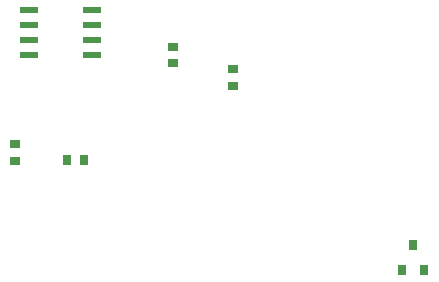
<source format=gbr>
G04 Layer_Color=8421504*
%FSLAX26Y26*%
%MOIN*%
%TF.FileFunction,Paste,Top*%
%TF.Part,Single*%
G01*
G75*
%TA.AperFunction,SMDPad,CuDef*%
%ADD10R,0.033465X0.031496*%
%ADD11R,0.031496X0.033465*%
%ADD12R,0.031496X0.035433*%
%ADD13R,0.061024X0.023622*%
D10*
X125000Y1147441D02*
D03*
Y1202559D02*
D03*
X850000Y1397441D02*
D03*
Y1452559D02*
D03*
X650000Y1527559D02*
D03*
Y1472441D02*
D03*
D11*
X297441Y1150000D02*
D03*
X352559D02*
D03*
D12*
X1412598Y783661D02*
D03*
X1487401D02*
D03*
X1450000Y866339D02*
D03*
D13*
X168701Y1650000D02*
D03*
Y1600000D02*
D03*
Y1550000D02*
D03*
Y1500000D02*
D03*
X381299Y1650000D02*
D03*
Y1600000D02*
D03*
Y1550000D02*
D03*
Y1500000D02*
D03*
%TF.MD5,e754c5c0ee3ff1383bf42fc5c6a11044*%
M02*

</source>
